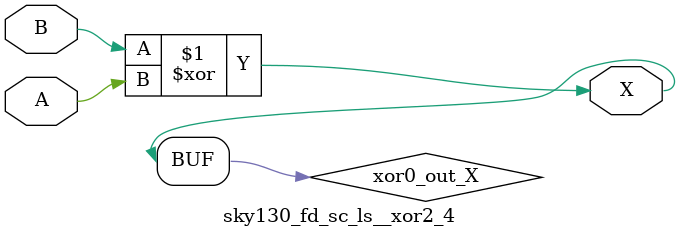
<source format=v>
/*
 * Copyright 2020 The SkyWater PDK Authors
 *
 * Licensed under the Apache License, Version 2.0 (the "License");
 * you may not use this file except in compliance with the License.
 * You may obtain a copy of the License at
 *
 *     https://www.apache.org/licenses/LICENSE-2.0
 *
 * Unless required by applicable law or agreed to in writing, software
 * distributed under the License is distributed on an "AS IS" BASIS,
 * WITHOUT WARRANTIES OR CONDITIONS OF ANY KIND, either express or implied.
 * See the License for the specific language governing permissions and
 * limitations under the License.
 *
 * SPDX-License-Identifier: Apache-2.0
*/


`ifndef SKY130_FD_SC_LS__XOR2_4_FUNCTIONAL_V
`define SKY130_FD_SC_LS__XOR2_4_FUNCTIONAL_V

/**
 * xor2: 2-input exclusive OR.
 *
 *       X = A ^ B
 *
 * Verilog simulation functional model.
 */

`timescale 1ns / 1ps
`default_nettype none

`celldefine
module sky130_fd_sc_ls__xor2_4 (
    X,
    A,
    B
);

    // Module ports
    output X;
    input  A;
    input  B;

    // Local signals
    wire xor0_out_X;

    //  Name  Output      Other arguments
    xor xor0 (xor0_out_X, B, A           );
    buf buf0 (X         , xor0_out_X     );

endmodule
`endcelldefine

`default_nettype wire
`endif  // SKY130_FD_SC_LS__XOR2_4_FUNCTIONAL_V

</source>
